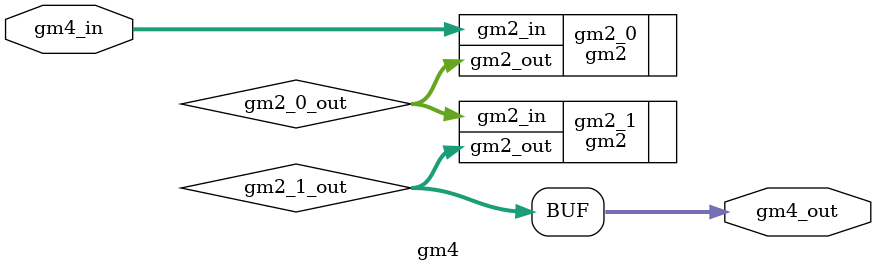
<source format=sv>

module gm4 (gm4_in, gm4_out); 

   input logic [7:0] gm4_in;
   output logic [7:0] gm4_out;

   // Internal Logic
   logic [7:0] 	      gm2_0_out;
   logic [7:0] 	      gm2_1_out;

   // Sub-Modules for multiple gm2 multiplications
   gm2 gm2_0 (.gm2_in(gm4_in), .gm2_out(gm2_0_out));
   gm2 gm2_1 (.gm2_in(gm2_0_out), .gm2_out(gm2_1_out));

   // Assign output to second gm2 output
   assign gm4_out = gm2_1_out;

endmodule

</source>
